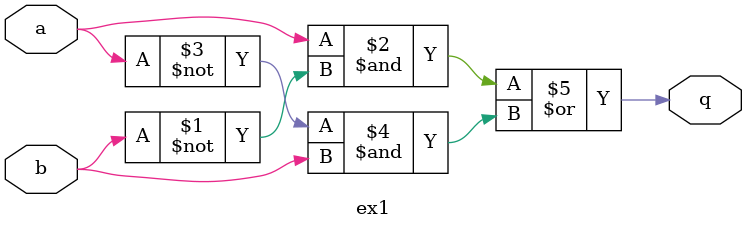
<source format=v>
module ex1(q, a, b);
  output q;
  input a, b;
  
  assign q = (a & ~b) | (~a & b);

endmodule

</source>
